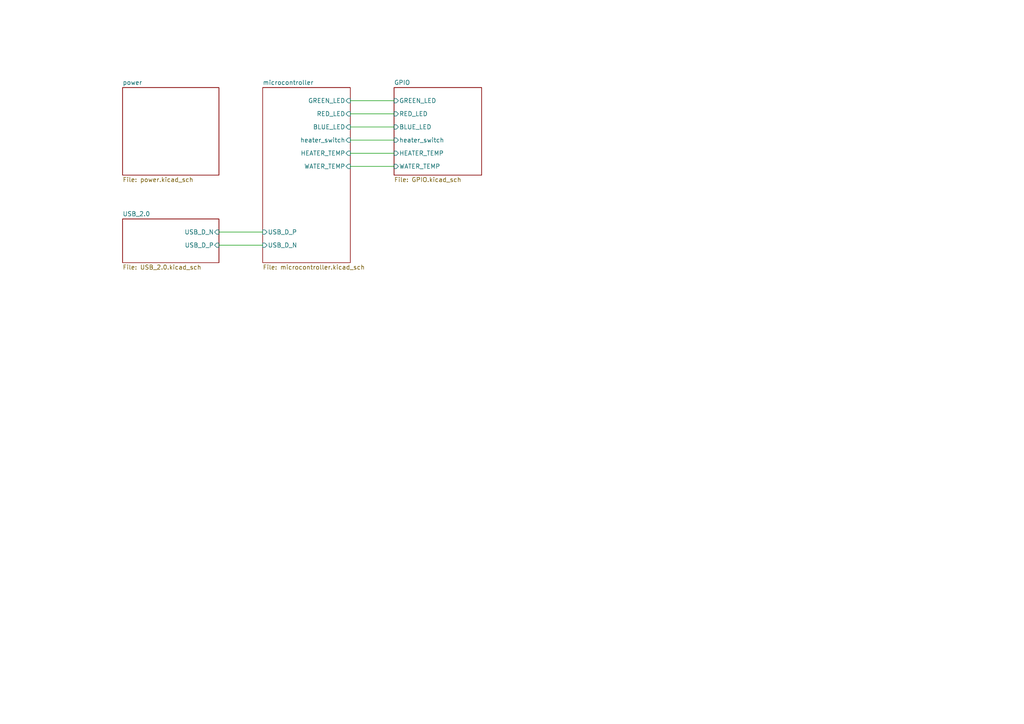
<source format=kicad_sch>
(kicad_sch
	(version 20231120)
	(generator "eeschema")
	(generator_version "8.0")
	(uuid "9ee94a87-2af8-4146-8192-064bd5cb0cbd")
	(paper "A4")
	(title_block
		(date "[24.08.08]")
		(rev "RevA")
		(company "Rack Robotics, Inc.")
	)
	(lib_symbols)
	(wire
		(pts
			(xy 63.5 71.12) (xy 76.2 71.12)
		)
		(stroke
			(width 0)
			(type default)
		)
		(uuid "06f3ae01-d39d-4806-a442-eefa79ec3a5c")
	)
	(wire
		(pts
			(xy 101.6 44.45) (xy 114.3 44.45)
		)
		(stroke
			(width 0)
			(type default)
		)
		(uuid "1b5c7b00-b96a-4491-a140-d55b9b069df7")
	)
	(wire
		(pts
			(xy 63.5 67.31) (xy 76.2 67.31)
		)
		(stroke
			(width 0)
			(type default)
		)
		(uuid "48a19d3d-0a3d-4d4e-9859-4bfbae52d925")
	)
	(wire
		(pts
			(xy 101.6 48.26) (xy 114.3 48.26)
		)
		(stroke
			(width 0)
			(type default)
		)
		(uuid "7c8cc1bd-f9d4-4b9c-9b56-ae678a7bdf35")
	)
	(wire
		(pts
			(xy 101.6 40.64) (xy 114.3 40.64)
		)
		(stroke
			(width 0)
			(type default)
		)
		(uuid "a17f1564-f76b-4fd6-9c8b-31ac7428a0e4")
	)
	(wire
		(pts
			(xy 101.6 36.83) (xy 114.3 36.83)
		)
		(stroke
			(width 0)
			(type default)
		)
		(uuid "c9351946-e123-455b-834e-c891b076f67d")
	)
	(wire
		(pts
			(xy 101.6 29.21) (xy 114.3 29.21)
		)
		(stroke
			(width 0)
			(type default)
		)
		(uuid "ec80ebeb-c454-4588-8bfd-52b601e29ce0")
	)
	(wire
		(pts
			(xy 101.6 33.02) (xy 114.3 33.02)
		)
		(stroke
			(width 0)
			(type default)
		)
		(uuid "f2790032-9f3c-45dc-97ae-a42c01ab0620")
	)
	(sheet
		(at 114.3 25.4)
		(size 25.4 25.4)
		(fields_autoplaced yes)
		(stroke
			(width 0.1524)
			(type solid)
		)
		(fill
			(color 0 0 0 0.0000)
		)
		(uuid "2de36529-6ad9-43d0-83dd-644d5bb0edc7")
		(property "Sheetname" "GPIO"
			(at 114.3 24.6884 0)
			(effects
				(font
					(size 1.27 1.27)
				)
				(justify left bottom)
			)
		)
		(property "Sheetfile" "GPIO.kicad_sch"
			(at 114.3 51.3846 0)
			(effects
				(font
					(size 1.27 1.27)
				)
				(justify left top)
			)
		)
		(pin "HEATER_TEMP" input
			(at 114.3 44.45 180)
			(effects
				(font
					(size 1.27 1.27)
				)
				(justify left)
			)
			(uuid "a687ea82-ad0c-4d0f-8c38-0f75d5aad07b")
		)
		(pin "heater_switch" input
			(at 114.3 40.64 180)
			(effects
				(font
					(size 1.27 1.27)
				)
				(justify left)
			)
			(uuid "131b674a-4d97-4386-bf09-6f4588e85aa3")
		)
		(pin "WATER_TEMP" input
			(at 114.3 48.26 180)
			(effects
				(font
					(size 1.27 1.27)
				)
				(justify left)
			)
			(uuid "7fa2d9b2-a572-4ebd-bc56-c9e6a9f04106")
		)
		(pin "RED_LED" input
			(at 114.3 33.02 180)
			(effects
				(font
					(size 1.27 1.27)
				)
				(justify left)
			)
			(uuid "b2433bed-c73b-464f-9cf7-861f9f68301a")
		)
		(pin "GREEN_LED" input
			(at 114.3 29.21 180)
			(effects
				(font
					(size 1.27 1.27)
				)
				(justify left)
			)
			(uuid "bf36bd27-72b8-4a30-8abf-d8e5192a2fc6")
		)
		(pin "BLUE_LED" input
			(at 114.3 36.83 180)
			(effects
				(font
					(size 1.27 1.27)
				)
				(justify left)
			)
			(uuid "41ca91d8-da17-4700-8a35-cf494076d660")
		)
		(instances
			(project "RP2040-fr4-4-layer-1-oz-outer-0.5-oz-inner-JLCPCB"
				(path "/9ee94a87-2af8-4146-8192-064bd5cb0cbd"
					(page "5")
				)
			)
		)
	)
	(sheet
		(at 35.56 63.5)
		(size 27.94 12.7)
		(fields_autoplaced yes)
		(stroke
			(width 0.1524)
			(type solid)
		)
		(fill
			(color 0 0 0 0.0000)
		)
		(uuid "4eaeb170-aee9-4c67-bd7d-54e82d94a251")
		(property "Sheetname" "USB_2.0"
			(at 35.56 62.7884 0)
			(effects
				(font
					(size 1.27 1.27)
				)
				(justify left bottom)
			)
		)
		(property "Sheetfile" "USB_2.0.kicad_sch"
			(at 35.56 76.7846 0)
			(effects
				(font
					(size 1.27 1.27)
				)
				(justify left top)
			)
		)
		(pin "USB_D_N" input
			(at 63.5 67.31 0)
			(effects
				(font
					(size 1.27 1.27)
				)
				(justify right)
			)
			(uuid "f8771c93-f003-4247-8c8a-143c6611991b")
		)
		(pin "USB_D_P" input
			(at 63.5 71.12 0)
			(effects
				(font
					(size 1.27 1.27)
				)
				(justify right)
			)
			(uuid "e6725aa9-1aca-4f0f-bbd1-e8ea1da7a746")
		)
		(instances
			(project "RP2040-fr4-4-layer-1-oz-outer-0.5-oz-inner-JLCPCB"
				(path "/9ee94a87-2af8-4146-8192-064bd5cb0cbd"
					(page "4")
				)
			)
		)
	)
	(sheet
		(at 35.56 25.4)
		(size 27.94 25.4)
		(fields_autoplaced yes)
		(stroke
			(width 0.1524)
			(type solid)
		)
		(fill
			(color 0 0 0 0.0000)
		)
		(uuid "5ffac28d-9ba1-4d1b-bea8-cc55067abf41")
		(property "Sheetname" "power"
			(at 35.56 24.6884 0)
			(effects
				(font
					(size 1.27 1.27)
				)
				(justify left bottom)
			)
		)
		(property "Sheetfile" "power.kicad_sch"
			(at 35.56 51.3846 0)
			(effects
				(font
					(size 1.27 1.27)
				)
				(justify left top)
			)
		)
		(instances
			(project "RP2040-fr4-4-layer-1-oz-outer-0.5-oz-inner-JLCPCB"
				(path "/9ee94a87-2af8-4146-8192-064bd5cb0cbd"
					(page "3")
				)
			)
		)
	)
	(sheet
		(at 76.2 25.4)
		(size 25.4 50.8)
		(fields_autoplaced yes)
		(stroke
			(width 0.1524)
			(type solid)
		)
		(fill
			(color 0 0 0 0.0000)
		)
		(uuid "e71a7a2d-4772-4a38-8f23-9b17207aa06d")
		(property "Sheetname" "microcontroller"
			(at 76.2 24.6884 0)
			(effects
				(font
					(size 1.27 1.27)
				)
				(justify left bottom)
			)
		)
		(property "Sheetfile" "microcontroller.kicad_sch"
			(at 76.2 76.7846 0)
			(effects
				(font
					(size 1.27 1.27)
				)
				(justify left top)
			)
		)
		(pin "USB_D_P" input
			(at 76.2 67.31 180)
			(effects
				(font
					(size 1.27 1.27)
				)
				(justify left)
			)
			(uuid "212f6d9c-26d1-406c-bdfc-bc56135c4a80")
		)
		(pin "USB_D_N" input
			(at 76.2 71.12 180)
			(effects
				(font
					(size 1.27 1.27)
				)
				(justify left)
			)
			(uuid "42f4278b-d284-4f1b-99f2-ba54ae943694")
		)
		(pin "heater_switch" input
			(at 101.6 40.64 0)
			(effects
				(font
					(size 1.27 1.27)
				)
				(justify right)
			)
			(uuid "9c67439e-ee85-4e48-9fc4-89d9710a2f8b")
		)
		(pin "HEATER_TEMP" input
			(at 101.6 44.45 0)
			(effects
				(font
					(size 1.27 1.27)
				)
				(justify right)
			)
			(uuid "1d1054c6-f320-4db2-8bb0-47be3478aee4")
		)
		(pin "WATER_TEMP" input
			(at 101.6 48.26 0)
			(effects
				(font
					(size 1.27 1.27)
				)
				(justify right)
			)
			(uuid "82ecee05-0b7b-491b-bd87-dc4b8f05854d")
		)
		(pin "RED_LED" input
			(at 101.6 33.02 0)
			(effects
				(font
					(size 1.27 1.27)
				)
				(justify right)
			)
			(uuid "5eecc9d8-b94a-4734-9a02-52e57ee304fe")
		)
		(pin "GREEN_LED" input
			(at 101.6 29.21 0)
			(effects
				(font
					(size 1.27 1.27)
				)
				(justify right)
			)
			(uuid "30f3ebf8-533d-45ed-af91-66736c16d130")
		)
		(pin "BLUE_LED" input
			(at 101.6 36.83 0)
			(effects
				(font
					(size 1.27 1.27)
				)
				(justify right)
			)
			(uuid "2cf840a5-d25e-445d-a7fa-9df15f943362")
		)
		(instances
			(project "RP2040-fr4-4-layer-1-oz-outer-0.5-oz-inner-JLCPCB"
				(path "/9ee94a87-2af8-4146-8192-064bd5cb0cbd"
					(page "2")
				)
			)
		)
	)
	(sheet_instances
		(path "/"
			(page "1")
		)
	)
)

</source>
